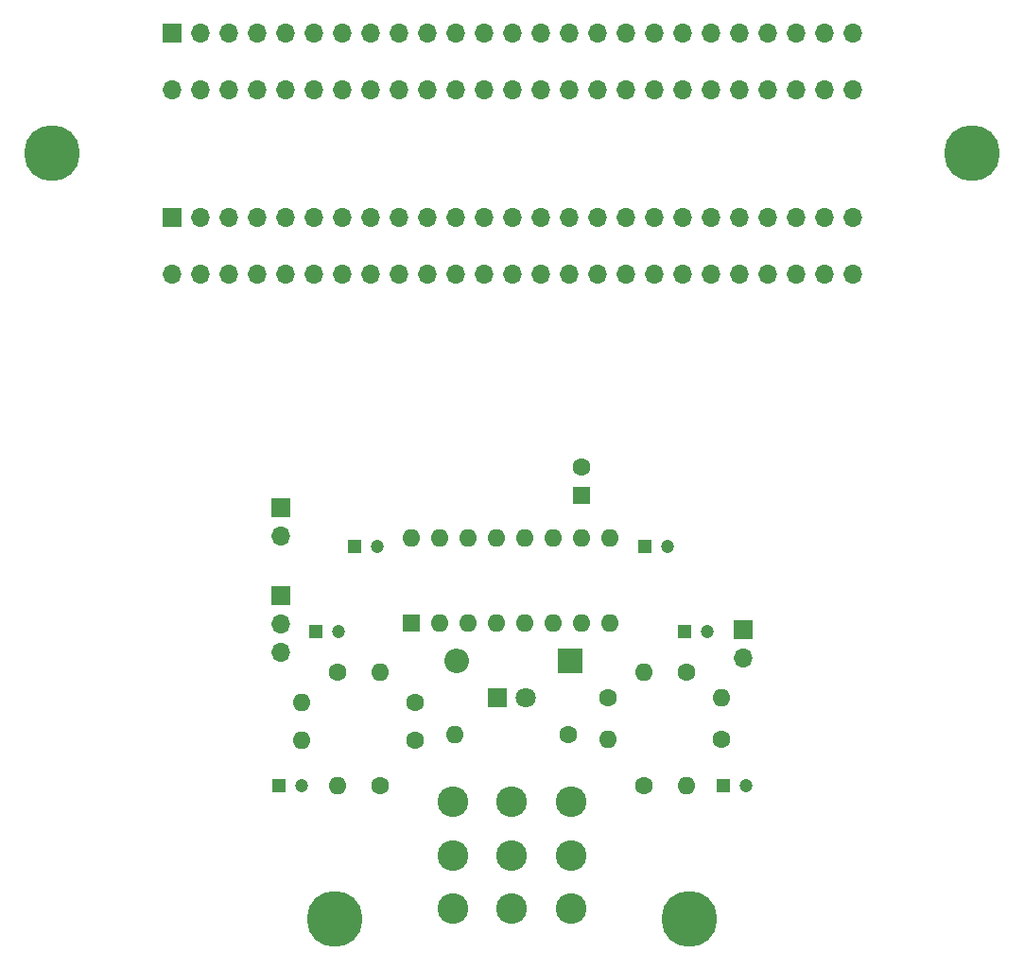
<source format=gbr>
G04 #@! TF.GenerationSoftware,KiCad,Pcbnew,(5.1.7)-1*
G04 #@! TF.CreationDate,2021-07-27T18:03:22-05:00*
G04 #@! TF.ProjectId,ConsolePedalDual,436f6e73-6f6c-4655-9065-64616c447561,rev?*
G04 #@! TF.SameCoordinates,Original*
G04 #@! TF.FileFunction,Soldermask,Bot*
G04 #@! TF.FilePolarity,Negative*
%FSLAX46Y46*%
G04 Gerber Fmt 4.6, Leading zero omitted, Abs format (unit mm)*
G04 Created by KiCad (PCBNEW (5.1.7)-1) date 2021-07-27 18:03:22*
%MOMM*%
%LPD*%
G01*
G04 APERTURE LIST*
%ADD10R,1.700000X1.700000*%
%ADD11O,1.700000X1.700000*%
%ADD12C,5.000000*%
%ADD13R,1.800000X1.800000*%
%ADD14C,1.800000*%
%ADD15C,1.600000*%
%ADD16O,1.600000X1.600000*%
%ADD17C,2.743200*%
%ADD18R,2.200000X2.200000*%
%ADD19O,2.200000X2.200000*%
%ADD20R,1.600000X1.600000*%
%ADD21R,1.200000X1.200000*%
%ADD22C,1.200000*%
G04 APERTURE END LIST*
D10*
G04 #@! TO.C,J3*
X106750000Y-36830000D03*
D11*
X106750000Y-41910000D03*
X109290000Y-36830000D03*
X109290000Y-41910000D03*
X111830000Y-36830000D03*
X111830000Y-41910000D03*
X114370000Y-36830000D03*
X114370000Y-41910000D03*
X116910000Y-36830000D03*
X116910000Y-41910000D03*
X119450000Y-36830000D03*
X119450000Y-41910000D03*
X121990000Y-36830000D03*
X121990000Y-41910000D03*
X124530000Y-36830000D03*
X124530000Y-41910000D03*
X127070000Y-36830000D03*
X127070000Y-41910000D03*
X129610000Y-36830000D03*
X129610000Y-41910000D03*
X132150000Y-36830000D03*
X132150000Y-41910000D03*
X134690000Y-36830000D03*
X134690000Y-41910000D03*
X137230000Y-36830000D03*
X137230000Y-41910000D03*
X139770000Y-36830000D03*
X139770000Y-41910000D03*
X142310000Y-36830000D03*
X142310000Y-41910000D03*
X144850000Y-36830000D03*
X144850000Y-41910000D03*
X147390000Y-36830000D03*
X147390000Y-41910000D03*
X149930000Y-36830000D03*
X149930000Y-41910000D03*
X152470000Y-36830000D03*
X152470000Y-41910000D03*
X155010000Y-36830000D03*
X155010000Y-41910000D03*
X157550000Y-36830000D03*
X157550000Y-41910000D03*
X160090000Y-36830000D03*
X160090000Y-41910000D03*
X162630000Y-36830000D03*
X162630000Y-41910000D03*
X165170000Y-36830000D03*
X165170000Y-41910000D03*
X167710000Y-36830000D03*
X167710000Y-41910000D03*
G04 #@! TD*
D12*
G04 #@! TO.C,H3*
X178320000Y-31120000D03*
G04 #@! TD*
D11*
G04 #@! TO.C,BT1*
X116459000Y-65405000D03*
D10*
X116459000Y-62865000D03*
G04 #@! TD*
D13*
G04 #@! TO.C,D1*
X135890000Y-79883000D03*
D14*
X138430000Y-79883000D03*
G04 #@! TD*
D10*
G04 #@! TO.C,J1*
X116459000Y-70739000D03*
D11*
X116459000Y-73279000D03*
X116459000Y-75819000D03*
G04 #@! TD*
D10*
G04 #@! TO.C,J2*
X157861000Y-73787000D03*
D11*
X157861000Y-76327000D03*
G04 #@! TD*
D15*
G04 #@! TO.C,R1*
X142240000Y-83185000D03*
D16*
X132080000Y-83185000D03*
G04 #@! TD*
D17*
G04 #@! TO.C,S1*
X142458440Y-98778060D03*
X142458440Y-93980000D03*
X142458440Y-89181940D03*
X137160000Y-98778060D03*
X137160000Y-93980000D03*
X137160000Y-89181940D03*
X131861560Y-98778060D03*
X131861560Y-93980000D03*
X131861560Y-89181940D03*
G04 #@! TD*
D18*
G04 #@! TO.C,D2*
X142367000Y-76581000D03*
D19*
X132207000Y-76581000D03*
G04 #@! TD*
D10*
G04 #@! TO.C,J4*
X106750000Y-20330000D03*
D11*
X106750000Y-25410000D03*
X109290000Y-20330000D03*
X109290000Y-25410000D03*
X111830000Y-20330000D03*
X111830000Y-25410000D03*
X114370000Y-20330000D03*
X114370000Y-25410000D03*
X116910000Y-20330000D03*
X116910000Y-25410000D03*
X119450000Y-20330000D03*
X119450000Y-25410000D03*
X121990000Y-20330000D03*
X121990000Y-25410000D03*
X124530000Y-20330000D03*
X124530000Y-25410000D03*
X127070000Y-20330000D03*
X127070000Y-25410000D03*
X129610000Y-20330000D03*
X129610000Y-25410000D03*
X132150000Y-20330000D03*
X132150000Y-25410000D03*
X134690000Y-20330000D03*
X134690000Y-25410000D03*
X137230000Y-20330000D03*
X137230000Y-25410000D03*
X139770000Y-20330000D03*
X139770000Y-25410000D03*
X142310000Y-20330000D03*
X142310000Y-25410000D03*
X144850000Y-20330000D03*
X144850000Y-25410000D03*
X147390000Y-20330000D03*
X147390000Y-25410000D03*
X149930000Y-20330000D03*
X149930000Y-25410000D03*
X152470000Y-20330000D03*
X152470000Y-25410000D03*
X155010000Y-20330000D03*
X155010000Y-25410000D03*
X157550000Y-20330000D03*
X157550000Y-25410000D03*
X160090000Y-20330000D03*
X160090000Y-25410000D03*
X162630000Y-20330000D03*
X162630000Y-25410000D03*
X165170000Y-20330000D03*
X165170000Y-25410000D03*
X167710000Y-20330000D03*
X167710000Y-25410000D03*
G04 #@! TD*
D12*
G04 #@! TO.C,H1*
X96000000Y-31120000D03*
G04 #@! TD*
G04 #@! TO.C,H2*
X121285000Y-99695000D03*
G04 #@! TD*
G04 #@! TO.C,H4*
X153035000Y-99695000D03*
G04 #@! TD*
D16*
G04 #@! TO.C,R2*
X148971000Y-77597000D03*
D15*
X148971000Y-87757000D03*
G04 #@! TD*
G04 #@! TO.C,R3*
X155956000Y-83566000D03*
D16*
X145796000Y-83566000D03*
G04 #@! TD*
G04 #@! TO.C,R4*
X118364000Y-83693000D03*
D15*
X128524000Y-83693000D03*
G04 #@! TD*
G04 #@! TO.C,R5*
X128524000Y-80264000D03*
D16*
X118364000Y-80264000D03*
G04 #@! TD*
G04 #@! TO.C,R6*
X121539000Y-87757000D03*
D15*
X121539000Y-77597000D03*
G04 #@! TD*
G04 #@! TO.C,R7*
X145796000Y-79883000D03*
D16*
X155956000Y-79883000D03*
G04 #@! TD*
G04 #@! TO.C,R8*
X152781000Y-87757000D03*
D15*
X152781000Y-77597000D03*
G04 #@! TD*
G04 #@! TO.C,R9*
X125349000Y-87757000D03*
D16*
X125349000Y-77597000D03*
G04 #@! TD*
D20*
G04 #@! TO.C,U1*
X128143000Y-73152000D03*
D16*
X145923000Y-65532000D03*
X130683000Y-73152000D03*
X143383000Y-65532000D03*
X133223000Y-73152000D03*
X140843000Y-65532000D03*
X135763000Y-73152000D03*
X138303000Y-65532000D03*
X138303000Y-73152000D03*
X135763000Y-65532000D03*
X140843000Y-73152000D03*
X133223000Y-65532000D03*
X143383000Y-73152000D03*
X130683000Y-65532000D03*
X145923000Y-73152000D03*
X128143000Y-65532000D03*
G04 #@! TD*
D21*
G04 #@! TO.C,C2*
X116332000Y-87757000D03*
D22*
X118332000Y-87757000D03*
G04 #@! TD*
G04 #@! TO.C,C3*
X125063000Y-66294000D03*
D21*
X123063000Y-66294000D03*
G04 #@! TD*
G04 #@! TO.C,C4*
X119634000Y-73914000D03*
D22*
X121634000Y-73914000D03*
G04 #@! TD*
D21*
G04 #@! TO.C,C5*
X152654000Y-73914000D03*
D22*
X154654000Y-73914000D03*
G04 #@! TD*
G04 #@! TO.C,C6*
X158083000Y-87757000D03*
D21*
X156083000Y-87757000D03*
G04 #@! TD*
D22*
G04 #@! TO.C,C7*
X151098000Y-66294000D03*
D21*
X149098000Y-66294000D03*
G04 #@! TD*
D20*
G04 #@! TO.C,C1*
X143383000Y-61722000D03*
D15*
X143383000Y-59222000D03*
G04 #@! TD*
M02*

</source>
